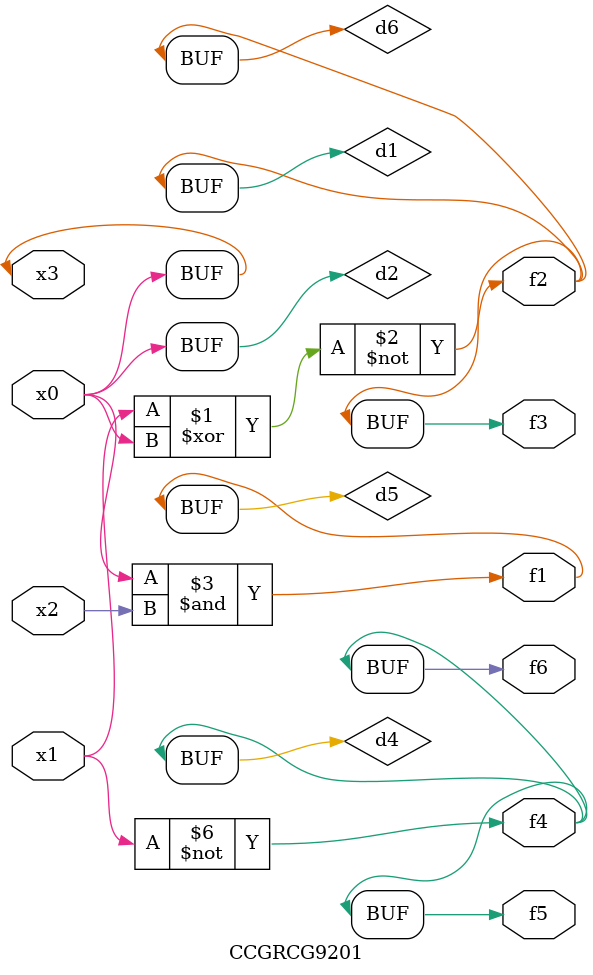
<source format=v>
module CCGRCG9201(
	input x0, x1, x2, x3,
	output f1, f2, f3, f4, f5, f6
);

	wire d1, d2, d3, d4, d5, d6;

	xnor (d1, x1, x3);
	buf (d2, x0, x3);
	nand (d3, x0, x2);
	not (d4, x1);
	nand (d5, d3);
	or (d6, d1);
	assign f1 = d5;
	assign f2 = d6;
	assign f3 = d6;
	assign f4 = d4;
	assign f5 = d4;
	assign f6 = d4;
endmodule

</source>
